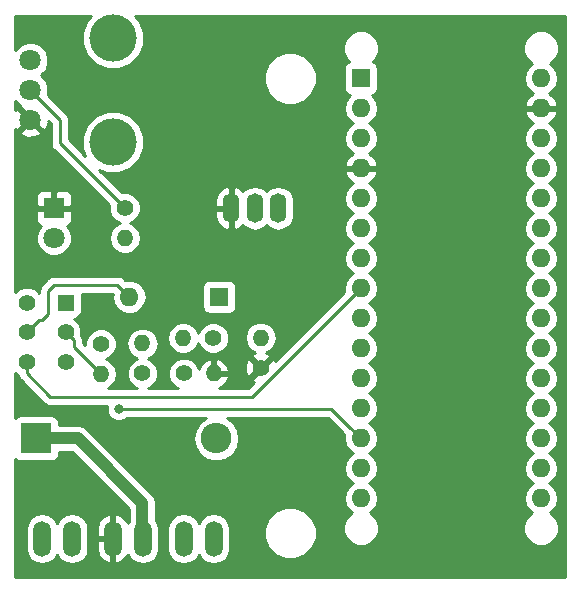
<source format=gbr>
G04 #@! TF.GenerationSoftware,KiCad,Pcbnew,(5.0.0)*
G04 #@! TF.CreationDate,2018-07-27T16:01:01+01:00*
G04 #@! TF.ProjectId,OpenSpritzer,4F70656E53707269747A65722E6B6963,rev?*
G04 #@! TF.SameCoordinates,Original*
G04 #@! TF.FileFunction,Copper,L2,Bot,Signal*
G04 #@! TF.FilePolarity,Positive*
%FSLAX46Y46*%
G04 Gerber Fmt 4.6, Leading zero omitted, Abs format (unit mm)*
G04 Created by KiCad (PCBNEW (5.0.0)) date 07/27/18 16:01:01*
%MOMM*%
%LPD*%
G01*
G04 APERTURE LIST*
G04 #@! TA.AperFunction,ComponentPad*
%ADD10O,1.400000X2.500000*%
G04 #@! TD*
G04 #@! TA.AperFunction,WasherPad*
%ADD11C,4.000000*%
G04 #@! TD*
G04 #@! TA.AperFunction,ComponentPad*
%ADD12C,1.800000*%
G04 #@! TD*
G04 #@! TA.AperFunction,ComponentPad*
%ADD13C,1.400000*%
G04 #@! TD*
G04 #@! TA.AperFunction,ComponentPad*
%ADD14R,1.400000X1.400000*%
G04 #@! TD*
G04 #@! TA.AperFunction,ComponentPad*
%ADD15O,1.600000X1.600000*%
G04 #@! TD*
G04 #@! TA.AperFunction,ComponentPad*
%ADD16R,1.600000X1.600000*%
G04 #@! TD*
G04 #@! TA.AperFunction,ComponentPad*
%ADD17R,1.800000X1.800000*%
G04 #@! TD*
G04 #@! TA.AperFunction,ComponentPad*
%ADD18O,2.600000X2.600000*%
G04 #@! TD*
G04 #@! TA.AperFunction,ComponentPad*
%ADD19R,2.600000X2.600000*%
G04 #@! TD*
G04 #@! TA.AperFunction,ComponentPad*
%ADD20O,1.510000X3.010000*%
G04 #@! TD*
G04 #@! TA.AperFunction,ComponentPad*
%ADD21O,1.400000X1.400000*%
G04 #@! TD*
G04 #@! TA.AperFunction,ViaPad*
%ADD22C,0.800000*%
G04 #@! TD*
G04 #@! TA.AperFunction,Conductor*
%ADD23C,0.250000*%
G04 #@! TD*
G04 #@! TA.AperFunction,Conductor*
%ADD24C,1.000000*%
G04 #@! TD*
G04 #@! TA.AperFunction,Conductor*
%ADD25C,0.254000*%
G04 #@! TD*
G04 APERTURE END LIST*
D10*
G04 #@! TO.P,Q1,3*
G04 #@! TO.N,Net-(D3-Pad2)*
X106000000Y-98000000D03*
G04 #@! TO.P,Q1,1*
G04 #@! TO.N,GNDREF*
X102000000Y-98000000D03*
G04 #@! TO.P,Q1,2*
G04 #@! TO.N,Net-(Q1-Pad2)*
X104000000Y-98000000D03*
G04 #@! TD*
D11*
G04 #@! TO.P,RV1,0*
G04 #@! TO.N,*
X92000000Y-92400000D03*
X92000000Y-83600000D03*
D12*
G04 #@! TO.P,RV1,1*
G04 #@! TO.N,GNDREF*
X85000000Y-90500000D03*
G04 #@! TO.P,RV1,2*
G04 #@! TO.N,Net-(R1-Pad1)*
X85000000Y-88000000D03*
G04 #@! TO.P,RV1,3*
G04 #@! TO.N,Net-(A1-Pad27)*
X85000000Y-85500000D03*
G04 #@! TD*
D13*
G04 #@! TO.P,SW1,6*
G04 #@! TO.N,Net-(A1-Pad8)*
X84700000Y-111000000D03*
G04 #@! TO.P,SW1,5*
G04 #@! TO.N,Net-(D2-Pad2)*
X84700000Y-108500000D03*
G04 #@! TO.P,SW1,4*
G04 #@! TO.N,Net-(A1-Pad27)*
X84700000Y-106000000D03*
G04 #@! TO.P,SW1,3*
G04 #@! TO.N,Net-(A1-Pad13)*
X88000000Y-111000000D03*
G04 #@! TO.P,SW1,2*
G04 #@! TO.N,Net-(R2-Pad2)*
X88000000Y-108500000D03*
D14*
G04 #@! TO.P,SW1,1*
G04 #@! TO.N,Net-(A1-Pad27)*
X88000000Y-106000000D03*
G04 #@! TD*
D15*
G04 #@! TO.P,A1,16*
G04 #@! TO.N,Net-(A1-Pad16)*
X128240000Y-122560000D03*
G04 #@! TO.P,A1,15*
G04 #@! TO.N,Net-(A1-Pad15)*
X113000000Y-122560000D03*
G04 #@! TO.P,A1,30*
G04 #@! TO.N,Net-(A1-Pad30)*
X128240000Y-87000000D03*
G04 #@! TO.P,A1,14*
G04 #@! TO.N,Net-(A1-Pad14)*
X113000000Y-120020000D03*
G04 #@! TO.P,A1,29*
G04 #@! TO.N,GNDREF*
X128240000Y-89540000D03*
G04 #@! TO.P,A1,13*
G04 #@! TO.N,Net-(A1-Pad13)*
X113000000Y-117480000D03*
G04 #@! TO.P,A1,28*
G04 #@! TO.N,Net-(A1-Pad28)*
X128240000Y-92080000D03*
G04 #@! TO.P,A1,12*
G04 #@! TO.N,Net-(A1-Pad12)*
X113000000Y-114940000D03*
G04 #@! TO.P,A1,27*
G04 #@! TO.N,Net-(A1-Pad27)*
X128240000Y-94620000D03*
G04 #@! TO.P,A1,11*
G04 #@! TO.N,Net-(A1-Pad11)*
X113000000Y-112400000D03*
G04 #@! TO.P,A1,26*
G04 #@! TO.N,Net-(A1-Pad26)*
X128240000Y-97160000D03*
G04 #@! TO.P,A1,10*
G04 #@! TO.N,Net-(A1-Pad10)*
X113000000Y-109860000D03*
G04 #@! TO.P,A1,25*
G04 #@! TO.N,Net-(A1-Pad25)*
X128240000Y-99700000D03*
G04 #@! TO.P,A1,9*
G04 #@! TO.N,Net-(A1-Pad9)*
X113000000Y-107320000D03*
G04 #@! TO.P,A1,24*
G04 #@! TO.N,Net-(A1-Pad24)*
X128240000Y-102240000D03*
G04 #@! TO.P,A1,8*
G04 #@! TO.N,Net-(A1-Pad8)*
X113000000Y-104780000D03*
G04 #@! TO.P,A1,23*
G04 #@! TO.N,Net-(A1-Pad23)*
X128240000Y-104780000D03*
G04 #@! TO.P,A1,7*
G04 #@! TO.N,Net-(A1-Pad7)*
X113000000Y-102240000D03*
G04 #@! TO.P,A1,22*
G04 #@! TO.N,Net-(A1-Pad22)*
X128240000Y-107320000D03*
G04 #@! TO.P,A1,6*
G04 #@! TO.N,Net-(A1-Pad6)*
X113000000Y-99700000D03*
G04 #@! TO.P,A1,21*
G04 #@! TO.N,Net-(A1-Pad21)*
X128240000Y-109860000D03*
G04 #@! TO.P,A1,5*
G04 #@! TO.N,Net-(A1-Pad5)*
X113000000Y-97160000D03*
G04 #@! TO.P,A1,20*
G04 #@! TO.N,Net-(A1-Pad20)*
X128240000Y-112400000D03*
G04 #@! TO.P,A1,4*
G04 #@! TO.N,GNDREF*
X113000000Y-94620000D03*
G04 #@! TO.P,A1,19*
G04 #@! TO.N,Net-(A1-Pad19)*
X128240000Y-114940000D03*
G04 #@! TO.P,A1,3*
G04 #@! TO.N,Net-(A1-Pad3)*
X113000000Y-92080000D03*
G04 #@! TO.P,A1,18*
G04 #@! TO.N,Net-(A1-Pad18)*
X128240000Y-117480000D03*
G04 #@! TO.P,A1,2*
G04 #@! TO.N,Net-(A1-Pad2)*
X113000000Y-89540000D03*
G04 #@! TO.P,A1,17*
G04 #@! TO.N,Net-(A1-Pad17)*
X128240000Y-120020000D03*
D16*
G04 #@! TO.P,A1,1*
G04 #@! TO.N,Net-(A1-Pad1)*
X113000000Y-87000000D03*
G04 #@! TD*
D12*
G04 #@! TO.P,D1,2*
G04 #@! TO.N,Net-(D1-Pad2)*
X87000000Y-100540000D03*
D17*
G04 #@! TO.P,D1,1*
G04 #@! TO.N,GNDREF*
X87000000Y-98000000D03*
G04 #@! TD*
D16*
G04 #@! TO.P,D2,1*
G04 #@! TO.N,Net-(D2-Pad1)*
X101000000Y-105500000D03*
D15*
G04 #@! TO.P,D2,2*
G04 #@! TO.N,Net-(D2-Pad2)*
X93380000Y-105500000D03*
G04 #@! TD*
D18*
G04 #@! TO.P,D3,2*
G04 #@! TO.N,Net-(D3-Pad2)*
X100740000Y-117500000D03*
D19*
G04 #@! TO.P,D3,1*
G04 #@! TO.N,+24V*
X85500000Y-117500000D03*
G04 #@! TD*
D20*
G04 #@! TO.P,J1,2*
G04 #@! TO.N,Net-(A1-Pad27)*
X88540000Y-126000000D03*
G04 #@! TO.P,J1,1*
G04 #@! TO.N,Net-(J1-Pad1)*
X86000000Y-126000000D03*
G04 #@! TD*
G04 #@! TO.P,J2,2*
G04 #@! TO.N,+24V*
X94540000Y-126000000D03*
G04 #@! TO.P,J2,1*
G04 #@! TO.N,GNDREF*
X92000000Y-126000000D03*
G04 #@! TD*
G04 #@! TO.P,J3,1*
G04 #@! TO.N,+24V*
X98000000Y-126000000D03*
G04 #@! TO.P,J3,2*
G04 #@! TO.N,Net-(D3-Pad2)*
X100540000Y-126000000D03*
G04 #@! TD*
D13*
G04 #@! TO.P,R1,1*
G04 #@! TO.N,Net-(R1-Pad1)*
X93000000Y-98000000D03*
D21*
G04 #@! TO.P,R1,2*
G04 #@! TO.N,Net-(A1-Pad19)*
X93000000Y-100540000D03*
G04 #@! TD*
G04 #@! TO.P,R2,2*
G04 #@! TO.N,Net-(R2-Pad2)*
X91000000Y-112040000D03*
D13*
G04 #@! TO.P,R2,1*
G04 #@! TO.N,Net-(D1-Pad2)*
X91000000Y-109500000D03*
G04 #@! TD*
D21*
G04 #@! TO.P,R3,2*
G04 #@! TO.N,Net-(A1-Pad5)*
X94500000Y-109460000D03*
D13*
G04 #@! TO.P,R3,1*
G04 #@! TO.N,Net-(J1-Pad1)*
X94500000Y-112000000D03*
G04 #@! TD*
D21*
G04 #@! TO.P,R4,2*
G04 #@! TO.N,Net-(D2-Pad1)*
X97960000Y-109000000D03*
D13*
G04 #@! TO.P,R4,1*
G04 #@! TO.N,Net-(Q1-Pad2)*
X100500000Y-109000000D03*
G04 #@! TD*
G04 #@! TO.P,R5,1*
G04 #@! TO.N,Net-(J1-Pad1)*
X98000000Y-112000000D03*
D21*
G04 #@! TO.P,R5,2*
G04 #@! TO.N,GNDREF*
X100540000Y-112000000D03*
G04 #@! TD*
G04 #@! TO.P,R6,2*
G04 #@! TO.N,Net-(Q1-Pad2)*
X104500000Y-108960000D03*
D13*
G04 #@! TO.P,R6,1*
G04 #@! TO.N,GNDREF*
X104500000Y-111500000D03*
G04 #@! TD*
D22*
G04 #@! TO.N,Net-(A1-Pad13)*
X92500000Y-115000000D03*
G04 #@! TD*
D23*
G04 #@! TO.N,Net-(A1-Pad13)*
X112020000Y-116500000D02*
X113000000Y-117480000D01*
X112000000Y-116500000D02*
X112020000Y-116500000D01*
X92500000Y-115000000D02*
X110500000Y-115000000D01*
X110500000Y-115000000D02*
X112000000Y-116500000D01*
G04 #@! TO.N,Net-(A1-Pad8)*
X103780000Y-114000000D02*
X113000000Y-104780000D01*
X86710051Y-114000000D02*
X103780000Y-114000000D01*
X84700000Y-111000000D02*
X84700000Y-111989949D01*
X84700000Y-111989949D02*
X86710051Y-114000000D01*
G04 #@! TO.N,Net-(D2-Pad2)*
X84700000Y-108500000D02*
X85700000Y-107500000D01*
X85700000Y-107500000D02*
X86000000Y-107500000D01*
X86000000Y-107500000D02*
X86500000Y-107000000D01*
X86500000Y-107000000D02*
X86500000Y-105000000D01*
X86500000Y-105000000D02*
X87000000Y-104500000D01*
X92380000Y-104500000D02*
X93380000Y-105500000D01*
X87000000Y-104500000D02*
X92380000Y-104500000D01*
G04 #@! TO.N,Net-(D3-Pad2)*
X106000000Y-98000000D02*
X106000000Y-98550000D01*
D24*
G04 #@! TO.N,+24V*
X89000000Y-117500000D02*
X85500000Y-117500000D01*
X94500000Y-123000000D02*
X89000000Y-117500000D01*
X94500000Y-125409463D02*
X94500000Y-123000000D01*
X94540000Y-126000000D02*
X94540000Y-125449463D01*
X94540000Y-125449463D02*
X94500000Y-125409463D01*
D23*
G04 #@! TO.N,Net-(Q1-Pad2)*
X104500000Y-98500000D02*
X104000000Y-98000000D01*
G04 #@! TO.N,Net-(R1-Pad1)*
X87500000Y-92500000D02*
X93000000Y-98000000D01*
X85000000Y-88000000D02*
X87500000Y-90500000D01*
X87500000Y-90500000D02*
X87500000Y-92500000D01*
G04 #@! TO.N,Net-(R2-Pad2)*
X88000000Y-108500000D02*
X88699999Y-109199999D01*
X88699999Y-109739999D02*
X91000000Y-112040000D01*
X88699999Y-109199999D02*
X88699999Y-109739999D01*
G04 #@! TD*
D25*
G04 #@! TO.N,GNDREF*
G36*
X89766155Y-82107392D02*
X89365000Y-83075866D01*
X89365000Y-84124134D01*
X89766155Y-85092608D01*
X90507392Y-85833845D01*
X91475866Y-86235000D01*
X92524134Y-86235000D01*
X93492608Y-85833845D01*
X94233845Y-85092608D01*
X94621527Y-84156659D01*
X111475000Y-84156659D01*
X111475000Y-84763341D01*
X111707167Y-85323843D01*
X111979703Y-85596379D01*
X111952235Y-85601843D01*
X111742191Y-85742191D01*
X111601843Y-85952235D01*
X111552560Y-86200000D01*
X111552560Y-87800000D01*
X111601843Y-88047765D01*
X111742191Y-88257809D01*
X111952235Y-88398157D01*
X112086106Y-88424785D01*
X111965423Y-88505423D01*
X111648260Y-88980091D01*
X111536887Y-89540000D01*
X111648260Y-90099909D01*
X111965423Y-90574577D01*
X112317758Y-90810000D01*
X111965423Y-91045423D01*
X111648260Y-91520091D01*
X111536887Y-92080000D01*
X111648260Y-92639909D01*
X111965423Y-93114577D01*
X112349108Y-93370947D01*
X112144866Y-93467611D01*
X111768959Y-93882577D01*
X111608096Y-94270961D01*
X111730085Y-94493000D01*
X112873000Y-94493000D01*
X112873000Y-94473000D01*
X113127000Y-94473000D01*
X113127000Y-94493000D01*
X114269915Y-94493000D01*
X114391904Y-94270961D01*
X114231041Y-93882577D01*
X113855134Y-93467611D01*
X113650892Y-93370947D01*
X114034577Y-93114577D01*
X114351740Y-92639909D01*
X114463113Y-92080000D01*
X114351740Y-91520091D01*
X114034577Y-91045423D01*
X113682242Y-90810000D01*
X114034577Y-90574577D01*
X114351740Y-90099909D01*
X114463113Y-89540000D01*
X114351740Y-88980091D01*
X114034577Y-88505423D01*
X113913894Y-88424785D01*
X114047765Y-88398157D01*
X114257809Y-88257809D01*
X114398157Y-88047765D01*
X114447440Y-87800000D01*
X114447440Y-86200000D01*
X114398157Y-85952235D01*
X114257809Y-85742191D01*
X114047765Y-85601843D01*
X114020297Y-85596379D01*
X114292833Y-85323843D01*
X114525000Y-84763341D01*
X114525000Y-84156659D01*
X126715000Y-84156659D01*
X126715000Y-84763341D01*
X126947167Y-85323843D01*
X127376157Y-85752833D01*
X127467168Y-85790531D01*
X127205423Y-85965423D01*
X126888260Y-86440091D01*
X126776887Y-87000000D01*
X126888260Y-87559909D01*
X127205423Y-88034577D01*
X127589108Y-88290947D01*
X127384866Y-88387611D01*
X127008959Y-88802577D01*
X126848096Y-89190961D01*
X126970085Y-89413000D01*
X128113000Y-89413000D01*
X128113000Y-89393000D01*
X128367000Y-89393000D01*
X128367000Y-89413000D01*
X129509915Y-89413000D01*
X129631904Y-89190961D01*
X129471041Y-88802577D01*
X129095134Y-88387611D01*
X128890892Y-88290947D01*
X129274577Y-88034577D01*
X129591740Y-87559909D01*
X129703113Y-87000000D01*
X129591740Y-86440091D01*
X129274577Y-85965423D01*
X129012832Y-85790531D01*
X129103843Y-85752833D01*
X129532833Y-85323843D01*
X129765000Y-84763341D01*
X129765000Y-84156659D01*
X129532833Y-83596157D01*
X129103843Y-83167167D01*
X128543341Y-82935000D01*
X127936659Y-82935000D01*
X127376157Y-83167167D01*
X126947167Y-83596157D01*
X126715000Y-84156659D01*
X114525000Y-84156659D01*
X114292833Y-83596157D01*
X113863843Y-83167167D01*
X113303341Y-82935000D01*
X112696659Y-82935000D01*
X112136157Y-83167167D01*
X111707167Y-83596157D01*
X111475000Y-84156659D01*
X94621527Y-84156659D01*
X94635000Y-84124134D01*
X94635000Y-83075866D01*
X94233845Y-82107392D01*
X93861453Y-81735000D01*
X130265001Y-81735000D01*
X130265000Y-129265000D01*
X83735000Y-129265000D01*
X83735000Y-125113101D01*
X84610000Y-125113101D01*
X84610000Y-126886900D01*
X84690650Y-127292351D01*
X84997867Y-127752134D01*
X85457650Y-128059351D01*
X86000000Y-128167231D01*
X86542351Y-128059351D01*
X87002134Y-127752134D01*
X87270000Y-127351243D01*
X87537867Y-127752134D01*
X87997650Y-128059351D01*
X88540000Y-128167231D01*
X89082351Y-128059351D01*
X89542134Y-127752134D01*
X89849351Y-127292351D01*
X89930000Y-126886900D01*
X89930000Y-126127000D01*
X90610000Y-126127000D01*
X90610000Y-126877000D01*
X90764408Y-127399263D01*
X91106924Y-127822681D01*
X91585403Y-128082793D01*
X91658029Y-128097277D01*
X91873000Y-127974683D01*
X91873000Y-126127000D01*
X90610000Y-126127000D01*
X89930000Y-126127000D01*
X89930000Y-125123000D01*
X90610000Y-125123000D01*
X90610000Y-125873000D01*
X91873000Y-125873000D01*
X91873000Y-124025317D01*
X91658029Y-123902723D01*
X91585403Y-123917207D01*
X91106924Y-124177319D01*
X90764408Y-124600737D01*
X90610000Y-125123000D01*
X89930000Y-125123000D01*
X89930000Y-125113100D01*
X89849351Y-124707649D01*
X89542133Y-124247866D01*
X89082350Y-123940649D01*
X88540000Y-123832769D01*
X87997649Y-123940649D01*
X87537866Y-124247867D01*
X87270000Y-124648757D01*
X87002133Y-124247866D01*
X86542350Y-123940649D01*
X86000000Y-123832769D01*
X85457649Y-123940649D01*
X84997866Y-124247867D01*
X84690649Y-124707650D01*
X84610000Y-125113101D01*
X83735000Y-125113101D01*
X83735000Y-119247047D01*
X83742191Y-119257809D01*
X83952235Y-119398157D01*
X84200000Y-119447440D01*
X86800000Y-119447440D01*
X87047765Y-119398157D01*
X87257809Y-119257809D01*
X87398157Y-119047765D01*
X87447440Y-118800000D01*
X87447440Y-118635000D01*
X88529869Y-118635000D01*
X93365001Y-123470134D01*
X93365000Y-124506579D01*
X93255989Y-124669726D01*
X93235592Y-124600737D01*
X92893076Y-124177319D01*
X92414597Y-123917207D01*
X92341971Y-123902723D01*
X92127000Y-124025317D01*
X92127000Y-125873000D01*
X92147000Y-125873000D01*
X92147000Y-126127000D01*
X92127000Y-126127000D01*
X92127000Y-127974683D01*
X92341971Y-128097277D01*
X92414597Y-128082793D01*
X92893076Y-127822681D01*
X93235592Y-127399263D01*
X93255989Y-127330273D01*
X93537867Y-127752134D01*
X93997650Y-128059351D01*
X94540000Y-128167231D01*
X95082351Y-128059351D01*
X95542134Y-127752134D01*
X95849351Y-127292351D01*
X95930000Y-126886900D01*
X95930000Y-125113101D01*
X96610000Y-125113101D01*
X96610000Y-126886900D01*
X96690650Y-127292351D01*
X96997867Y-127752134D01*
X97457650Y-128059351D01*
X98000000Y-128167231D01*
X98542351Y-128059351D01*
X99002134Y-127752134D01*
X99270000Y-127351243D01*
X99537867Y-127752134D01*
X99997650Y-128059351D01*
X100540000Y-128167231D01*
X101082351Y-128059351D01*
X101542134Y-127752134D01*
X101849351Y-127292351D01*
X101930000Y-126886900D01*
X101930000Y-125113100D01*
X101918529Y-125055431D01*
X104765000Y-125055431D01*
X104765000Y-125944569D01*
X105105259Y-126766026D01*
X105733974Y-127394741D01*
X106555431Y-127735000D01*
X107444569Y-127735000D01*
X108266026Y-127394741D01*
X108894741Y-126766026D01*
X109235000Y-125944569D01*
X109235000Y-125055431D01*
X108894741Y-124233974D01*
X108266026Y-123605259D01*
X107444569Y-123265000D01*
X106555431Y-123265000D01*
X105733974Y-123605259D01*
X105105259Y-124233974D01*
X104765000Y-125055431D01*
X101918529Y-125055431D01*
X101849351Y-124707649D01*
X101542133Y-124247866D01*
X101082350Y-123940649D01*
X100540000Y-123832769D01*
X99997649Y-123940649D01*
X99537866Y-124247867D01*
X99270000Y-124648757D01*
X99002133Y-124247866D01*
X98542350Y-123940649D01*
X98000000Y-123832769D01*
X97457649Y-123940649D01*
X96997866Y-124247867D01*
X96690649Y-124707650D01*
X96610000Y-125113101D01*
X95930000Y-125113101D01*
X95930000Y-125113100D01*
X95849351Y-124707649D01*
X95635000Y-124386851D01*
X95635000Y-123111783D01*
X95657235Y-123000000D01*
X95569146Y-122557145D01*
X95381609Y-122276476D01*
X95318289Y-122181711D01*
X95223524Y-122118391D01*
X89881613Y-116776482D01*
X89818289Y-116681711D01*
X89442855Y-116430854D01*
X89111783Y-116365000D01*
X89000000Y-116342765D01*
X88888217Y-116365000D01*
X87447440Y-116365000D01*
X87447440Y-116200000D01*
X87398157Y-115952235D01*
X87257809Y-115742191D01*
X87047765Y-115601843D01*
X86800000Y-115552560D01*
X84200000Y-115552560D01*
X83952235Y-115601843D01*
X83742191Y-115742191D01*
X83735000Y-115752953D01*
X83735000Y-111922975D01*
X83943783Y-112131758D01*
X83954176Y-112136063D01*
X83984097Y-112286486D01*
X84015397Y-112333329D01*
X84152072Y-112537878D01*
X84215528Y-112580278D01*
X86119724Y-114484476D01*
X86162122Y-114547929D01*
X86225575Y-114590327D01*
X86225577Y-114590329D01*
X86350953Y-114674102D01*
X86413514Y-114715904D01*
X86635199Y-114760000D01*
X86635203Y-114760000D01*
X86710050Y-114774888D01*
X86784897Y-114760000D01*
X91479135Y-114760000D01*
X91465000Y-114794126D01*
X91465000Y-115205874D01*
X91622569Y-115586280D01*
X91913720Y-115877431D01*
X92294126Y-116035000D01*
X92705874Y-116035000D01*
X93086280Y-115877431D01*
X93203711Y-115760000D01*
X99861188Y-115760000D01*
X99344943Y-116104943D01*
X98917271Y-116745001D01*
X98767092Y-117500000D01*
X98917271Y-118254999D01*
X99344943Y-118895057D01*
X99985001Y-119322729D01*
X100549424Y-119435000D01*
X100930576Y-119435000D01*
X101494999Y-119322729D01*
X102135057Y-118895057D01*
X102562729Y-118254999D01*
X102712908Y-117500000D01*
X102562729Y-116745001D01*
X102135057Y-116104943D01*
X101618812Y-115760000D01*
X110185199Y-115760000D01*
X111409673Y-116984476D01*
X111452071Y-117047929D01*
X111515524Y-117090327D01*
X111515526Y-117090329D01*
X111575804Y-117130605D01*
X111601312Y-117156113D01*
X111536887Y-117480000D01*
X111648260Y-118039909D01*
X111965423Y-118514577D01*
X112317758Y-118750000D01*
X111965423Y-118985423D01*
X111648260Y-119460091D01*
X111536887Y-120020000D01*
X111648260Y-120579909D01*
X111965423Y-121054577D01*
X112317758Y-121290000D01*
X111965423Y-121525423D01*
X111648260Y-122000091D01*
X111536887Y-122560000D01*
X111648260Y-123119909D01*
X111965423Y-123594577D01*
X112227168Y-123769469D01*
X112136157Y-123807167D01*
X111707167Y-124236157D01*
X111475000Y-124796659D01*
X111475000Y-125403341D01*
X111707167Y-125963843D01*
X112136157Y-126392833D01*
X112696659Y-126625000D01*
X113303341Y-126625000D01*
X113863843Y-126392833D01*
X114292833Y-125963843D01*
X114525000Y-125403341D01*
X114525000Y-124796659D01*
X126715000Y-124796659D01*
X126715000Y-125403341D01*
X126947167Y-125963843D01*
X127376157Y-126392833D01*
X127936659Y-126625000D01*
X128543341Y-126625000D01*
X129103843Y-126392833D01*
X129532833Y-125963843D01*
X129765000Y-125403341D01*
X129765000Y-124796659D01*
X129532833Y-124236157D01*
X129103843Y-123807167D01*
X129012832Y-123769469D01*
X129274577Y-123594577D01*
X129591740Y-123119909D01*
X129703113Y-122560000D01*
X129591740Y-122000091D01*
X129274577Y-121525423D01*
X128922242Y-121290000D01*
X129274577Y-121054577D01*
X129591740Y-120579909D01*
X129703113Y-120020000D01*
X129591740Y-119460091D01*
X129274577Y-118985423D01*
X128922242Y-118750000D01*
X129274577Y-118514577D01*
X129591740Y-118039909D01*
X129703113Y-117480000D01*
X129591740Y-116920091D01*
X129274577Y-116445423D01*
X128922242Y-116210000D01*
X129274577Y-115974577D01*
X129591740Y-115499909D01*
X129703113Y-114940000D01*
X129591740Y-114380091D01*
X129274577Y-113905423D01*
X128922242Y-113670000D01*
X129274577Y-113434577D01*
X129591740Y-112959909D01*
X129703113Y-112400000D01*
X129591740Y-111840091D01*
X129274577Y-111365423D01*
X128922242Y-111130000D01*
X129274577Y-110894577D01*
X129591740Y-110419909D01*
X129703113Y-109860000D01*
X129591740Y-109300091D01*
X129274577Y-108825423D01*
X128922242Y-108590000D01*
X129274577Y-108354577D01*
X129591740Y-107879909D01*
X129703113Y-107320000D01*
X129591740Y-106760091D01*
X129274577Y-106285423D01*
X128922242Y-106050000D01*
X129274577Y-105814577D01*
X129591740Y-105339909D01*
X129703113Y-104780000D01*
X129591740Y-104220091D01*
X129274577Y-103745423D01*
X128922242Y-103510000D01*
X129274577Y-103274577D01*
X129591740Y-102799909D01*
X129703113Y-102240000D01*
X129591740Y-101680091D01*
X129274577Y-101205423D01*
X128922242Y-100970000D01*
X129274577Y-100734577D01*
X129591740Y-100259909D01*
X129703113Y-99700000D01*
X129591740Y-99140091D01*
X129274577Y-98665423D01*
X128922242Y-98430000D01*
X129274577Y-98194577D01*
X129591740Y-97719909D01*
X129703113Y-97160000D01*
X129591740Y-96600091D01*
X129274577Y-96125423D01*
X128922242Y-95890000D01*
X129274577Y-95654577D01*
X129591740Y-95179909D01*
X129703113Y-94620000D01*
X129591740Y-94060091D01*
X129274577Y-93585423D01*
X128922242Y-93350000D01*
X129274577Y-93114577D01*
X129591740Y-92639909D01*
X129703113Y-92080000D01*
X129591740Y-91520091D01*
X129274577Y-91045423D01*
X128890892Y-90789053D01*
X129095134Y-90692389D01*
X129471041Y-90277423D01*
X129631904Y-89889039D01*
X129509915Y-89667000D01*
X128367000Y-89667000D01*
X128367000Y-89687000D01*
X128113000Y-89687000D01*
X128113000Y-89667000D01*
X126970085Y-89667000D01*
X126848096Y-89889039D01*
X127008959Y-90277423D01*
X127384866Y-90692389D01*
X127589108Y-90789053D01*
X127205423Y-91045423D01*
X126888260Y-91520091D01*
X126776887Y-92080000D01*
X126888260Y-92639909D01*
X127205423Y-93114577D01*
X127557758Y-93350000D01*
X127205423Y-93585423D01*
X126888260Y-94060091D01*
X126776887Y-94620000D01*
X126888260Y-95179909D01*
X127205423Y-95654577D01*
X127557758Y-95890000D01*
X127205423Y-96125423D01*
X126888260Y-96600091D01*
X126776887Y-97160000D01*
X126888260Y-97719909D01*
X127205423Y-98194577D01*
X127557758Y-98430000D01*
X127205423Y-98665423D01*
X126888260Y-99140091D01*
X126776887Y-99700000D01*
X126888260Y-100259909D01*
X127205423Y-100734577D01*
X127557758Y-100970000D01*
X127205423Y-101205423D01*
X126888260Y-101680091D01*
X126776887Y-102240000D01*
X126888260Y-102799909D01*
X127205423Y-103274577D01*
X127557758Y-103510000D01*
X127205423Y-103745423D01*
X126888260Y-104220091D01*
X126776887Y-104780000D01*
X126888260Y-105339909D01*
X127205423Y-105814577D01*
X127557758Y-106050000D01*
X127205423Y-106285423D01*
X126888260Y-106760091D01*
X126776887Y-107320000D01*
X126888260Y-107879909D01*
X127205423Y-108354577D01*
X127557758Y-108590000D01*
X127205423Y-108825423D01*
X126888260Y-109300091D01*
X126776887Y-109860000D01*
X126888260Y-110419909D01*
X127205423Y-110894577D01*
X127557758Y-111130000D01*
X127205423Y-111365423D01*
X126888260Y-111840091D01*
X126776887Y-112400000D01*
X126888260Y-112959909D01*
X127205423Y-113434577D01*
X127557758Y-113670000D01*
X127205423Y-113905423D01*
X126888260Y-114380091D01*
X126776887Y-114940000D01*
X126888260Y-115499909D01*
X127205423Y-115974577D01*
X127557758Y-116210000D01*
X127205423Y-116445423D01*
X126888260Y-116920091D01*
X126776887Y-117480000D01*
X126888260Y-118039909D01*
X127205423Y-118514577D01*
X127557758Y-118750000D01*
X127205423Y-118985423D01*
X126888260Y-119460091D01*
X126776887Y-120020000D01*
X126888260Y-120579909D01*
X127205423Y-121054577D01*
X127557758Y-121290000D01*
X127205423Y-121525423D01*
X126888260Y-122000091D01*
X126776887Y-122560000D01*
X126888260Y-123119909D01*
X127205423Y-123594577D01*
X127467168Y-123769469D01*
X127376157Y-123807167D01*
X126947167Y-124236157D01*
X126715000Y-124796659D01*
X114525000Y-124796659D01*
X114292833Y-124236157D01*
X113863843Y-123807167D01*
X113772832Y-123769469D01*
X114034577Y-123594577D01*
X114351740Y-123119909D01*
X114463113Y-122560000D01*
X114351740Y-122000091D01*
X114034577Y-121525423D01*
X113682242Y-121290000D01*
X114034577Y-121054577D01*
X114351740Y-120579909D01*
X114463113Y-120020000D01*
X114351740Y-119460091D01*
X114034577Y-118985423D01*
X113682242Y-118750000D01*
X114034577Y-118514577D01*
X114351740Y-118039909D01*
X114463113Y-117480000D01*
X114351740Y-116920091D01*
X114034577Y-116445423D01*
X113682242Y-116210000D01*
X114034577Y-115974577D01*
X114351740Y-115499909D01*
X114463113Y-114940000D01*
X114351740Y-114380091D01*
X114034577Y-113905423D01*
X113682242Y-113670000D01*
X114034577Y-113434577D01*
X114351740Y-112959909D01*
X114463113Y-112400000D01*
X114351740Y-111840091D01*
X114034577Y-111365423D01*
X113682242Y-111130000D01*
X114034577Y-110894577D01*
X114351740Y-110419909D01*
X114463113Y-109860000D01*
X114351740Y-109300091D01*
X114034577Y-108825423D01*
X113682242Y-108590000D01*
X114034577Y-108354577D01*
X114351740Y-107879909D01*
X114463113Y-107320000D01*
X114351740Y-106760091D01*
X114034577Y-106285423D01*
X113682242Y-106050000D01*
X114034577Y-105814577D01*
X114351740Y-105339909D01*
X114463113Y-104780000D01*
X114351740Y-104220091D01*
X114034577Y-103745423D01*
X113682242Y-103510000D01*
X114034577Y-103274577D01*
X114351740Y-102799909D01*
X114463113Y-102240000D01*
X114351740Y-101680091D01*
X114034577Y-101205423D01*
X113682242Y-100970000D01*
X114034577Y-100734577D01*
X114351740Y-100259909D01*
X114463113Y-99700000D01*
X114351740Y-99140091D01*
X114034577Y-98665423D01*
X113682242Y-98430000D01*
X114034577Y-98194577D01*
X114351740Y-97719909D01*
X114463113Y-97160000D01*
X114351740Y-96600091D01*
X114034577Y-96125423D01*
X113650892Y-95869053D01*
X113855134Y-95772389D01*
X114231041Y-95357423D01*
X114391904Y-94969039D01*
X114269915Y-94747000D01*
X113127000Y-94747000D01*
X113127000Y-94767000D01*
X112873000Y-94767000D01*
X112873000Y-94747000D01*
X111730085Y-94747000D01*
X111608096Y-94969039D01*
X111768959Y-95357423D01*
X112144866Y-95772389D01*
X112349108Y-95869053D01*
X111965423Y-96125423D01*
X111648260Y-96600091D01*
X111536887Y-97160000D01*
X111648260Y-97719909D01*
X111965423Y-98194577D01*
X112317758Y-98430000D01*
X111965423Y-98665423D01*
X111648260Y-99140091D01*
X111536887Y-99700000D01*
X111648260Y-100259909D01*
X111965423Y-100734577D01*
X112317758Y-100970000D01*
X111965423Y-101205423D01*
X111648260Y-101680091D01*
X111536887Y-102240000D01*
X111648260Y-102799909D01*
X111965423Y-103274577D01*
X112317758Y-103510000D01*
X111965423Y-103745423D01*
X111648260Y-104220091D01*
X111536887Y-104780000D01*
X111601312Y-105103886D01*
X105737818Y-110967381D01*
X105671042Y-110806169D01*
X105435275Y-110744331D01*
X104679605Y-111500000D01*
X104693748Y-111514143D01*
X104514143Y-111693748D01*
X104500000Y-111679605D01*
X103744331Y-112435275D01*
X103806169Y-112671042D01*
X103974789Y-112730410D01*
X103465199Y-113240000D01*
X100982847Y-113240000D01*
X101342663Y-113066764D01*
X101689797Y-112678396D01*
X101832716Y-112333329D01*
X101709374Y-112127000D01*
X100667000Y-112127000D01*
X100667000Y-112147000D01*
X100413000Y-112147000D01*
X100413000Y-112127000D01*
X100393000Y-112127000D01*
X100393000Y-111873000D01*
X100413000Y-111873000D01*
X100413000Y-110829794D01*
X100667000Y-110829794D01*
X100667000Y-111873000D01*
X101709374Y-111873000D01*
X101832716Y-111666671D01*
X101689797Y-111321604D01*
X101676853Y-111307122D01*
X103152581Y-111307122D01*
X103181336Y-111837440D01*
X103328958Y-112193831D01*
X103564725Y-112255669D01*
X104320395Y-111500000D01*
X103564725Y-110744331D01*
X103328958Y-110806169D01*
X103152581Y-111307122D01*
X101676853Y-111307122D01*
X101342663Y-110933236D01*
X100873331Y-110707273D01*
X100667000Y-110829794D01*
X100413000Y-110829794D01*
X100206669Y-110707273D01*
X99737337Y-110933236D01*
X99390203Y-111321604D01*
X99277103Y-111594676D01*
X99131758Y-111243783D01*
X98756217Y-110868242D01*
X98265548Y-110665000D01*
X97734452Y-110665000D01*
X97243783Y-110868242D01*
X96868242Y-111243783D01*
X96665000Y-111734452D01*
X96665000Y-112265548D01*
X96868242Y-112756217D01*
X97243783Y-113131758D01*
X97505102Y-113240000D01*
X94994898Y-113240000D01*
X95256217Y-113131758D01*
X95631758Y-112756217D01*
X95835000Y-112265548D01*
X95835000Y-111734452D01*
X95631758Y-111243783D01*
X95256217Y-110868242D01*
X94934082Y-110734809D01*
X95020891Y-110717542D01*
X95462481Y-110422481D01*
X95757542Y-109980891D01*
X95861154Y-109460000D01*
X95769655Y-109000000D01*
X96598846Y-109000000D01*
X96702458Y-109520891D01*
X96997519Y-109962481D01*
X97439109Y-110257542D01*
X97828515Y-110335000D01*
X98091485Y-110335000D01*
X98480891Y-110257542D01*
X98922481Y-109962481D01*
X99217542Y-109520891D01*
X99234809Y-109434082D01*
X99368242Y-109756217D01*
X99743783Y-110131758D01*
X100234452Y-110335000D01*
X100765548Y-110335000D01*
X101256217Y-110131758D01*
X101631758Y-109756217D01*
X101835000Y-109265548D01*
X101835000Y-108960000D01*
X103138846Y-108960000D01*
X103242458Y-109480891D01*
X103537519Y-109922481D01*
X103979109Y-110217542D01*
X104043993Y-110230448D01*
X103806169Y-110328958D01*
X103744331Y-110564725D01*
X104500000Y-111320395D01*
X105255669Y-110564725D01*
X105193831Y-110328958D01*
X104929190Y-110235782D01*
X105020891Y-110217542D01*
X105462481Y-109922481D01*
X105757542Y-109480891D01*
X105861154Y-108960000D01*
X105757542Y-108439109D01*
X105462481Y-107997519D01*
X105020891Y-107702458D01*
X104631485Y-107625000D01*
X104368515Y-107625000D01*
X103979109Y-107702458D01*
X103537519Y-107997519D01*
X103242458Y-108439109D01*
X103138846Y-108960000D01*
X101835000Y-108960000D01*
X101835000Y-108734452D01*
X101631758Y-108243783D01*
X101256217Y-107868242D01*
X100765548Y-107665000D01*
X100234452Y-107665000D01*
X99743783Y-107868242D01*
X99368242Y-108243783D01*
X99234809Y-108565918D01*
X99217542Y-108479109D01*
X98922481Y-108037519D01*
X98480891Y-107742458D01*
X98091485Y-107665000D01*
X97828515Y-107665000D01*
X97439109Y-107742458D01*
X96997519Y-108037519D01*
X96702458Y-108479109D01*
X96598846Y-109000000D01*
X95769655Y-109000000D01*
X95757542Y-108939109D01*
X95462481Y-108497519D01*
X95020891Y-108202458D01*
X94631485Y-108125000D01*
X94368515Y-108125000D01*
X93979109Y-108202458D01*
X93537519Y-108497519D01*
X93242458Y-108939109D01*
X93138846Y-109460000D01*
X93242458Y-109980891D01*
X93537519Y-110422481D01*
X93979109Y-110717542D01*
X94065918Y-110734809D01*
X93743783Y-110868242D01*
X93368242Y-111243783D01*
X93165000Y-111734452D01*
X93165000Y-112265548D01*
X93368242Y-112756217D01*
X93743783Y-113131758D01*
X94005102Y-113240000D01*
X91607009Y-113240000D01*
X91962481Y-113002481D01*
X92257542Y-112560891D01*
X92361154Y-112040000D01*
X92257542Y-111519109D01*
X91962481Y-111077519D01*
X91520891Y-110782458D01*
X91434082Y-110765191D01*
X91756217Y-110631758D01*
X92131758Y-110256217D01*
X92335000Y-109765548D01*
X92335000Y-109234452D01*
X92131758Y-108743783D01*
X91756217Y-108368242D01*
X91265548Y-108165000D01*
X90734452Y-108165000D01*
X90243783Y-108368242D01*
X89868242Y-108743783D01*
X89665000Y-109234452D01*
X89665000Y-109630199D01*
X89459999Y-109425198D01*
X89459999Y-109274845D01*
X89474887Y-109199998D01*
X89459999Y-109125151D01*
X89459999Y-109125147D01*
X89415903Y-108903462D01*
X89330695Y-108775940D01*
X89335000Y-108765548D01*
X89335000Y-108234452D01*
X89131758Y-107743783D01*
X88756217Y-107368242D01*
X88704051Y-107346634D01*
X88947765Y-107298157D01*
X89157809Y-107157809D01*
X89298157Y-106947765D01*
X89347440Y-106700000D01*
X89347440Y-105300000D01*
X89339484Y-105260000D01*
X91964626Y-105260000D01*
X91916887Y-105500000D01*
X92028260Y-106059909D01*
X92345423Y-106534577D01*
X92820091Y-106851740D01*
X93238667Y-106935000D01*
X93521333Y-106935000D01*
X93939909Y-106851740D01*
X94414577Y-106534577D01*
X94731740Y-106059909D01*
X94843113Y-105500000D01*
X94731740Y-104940091D01*
X94571317Y-104700000D01*
X99552560Y-104700000D01*
X99552560Y-106300000D01*
X99601843Y-106547765D01*
X99742191Y-106757809D01*
X99952235Y-106898157D01*
X100200000Y-106947440D01*
X101800000Y-106947440D01*
X102047765Y-106898157D01*
X102257809Y-106757809D01*
X102398157Y-106547765D01*
X102447440Y-106300000D01*
X102447440Y-104700000D01*
X102398157Y-104452235D01*
X102257809Y-104242191D01*
X102047765Y-104101843D01*
X101800000Y-104052560D01*
X100200000Y-104052560D01*
X99952235Y-104101843D01*
X99742191Y-104242191D01*
X99601843Y-104452235D01*
X99552560Y-104700000D01*
X94571317Y-104700000D01*
X94414577Y-104465423D01*
X93939909Y-104148260D01*
X93521333Y-104065000D01*
X93238667Y-104065000D01*
X93056113Y-104101312D01*
X92970331Y-104015530D01*
X92927929Y-103952071D01*
X92676537Y-103784096D01*
X92454852Y-103740000D01*
X92454847Y-103740000D01*
X92380000Y-103725112D01*
X92305153Y-103740000D01*
X87074848Y-103740000D01*
X87000000Y-103725112D01*
X86925152Y-103740000D01*
X86925148Y-103740000D01*
X86751605Y-103774520D01*
X86703462Y-103784096D01*
X86516418Y-103909076D01*
X86452071Y-103952071D01*
X86409671Y-104015528D01*
X86015527Y-104409671D01*
X85952072Y-104452071D01*
X85909672Y-104515527D01*
X85909671Y-104515528D01*
X85784097Y-104703463D01*
X85725112Y-105000000D01*
X85740001Y-105074852D01*
X85740001Y-105152026D01*
X85456217Y-104868242D01*
X84965548Y-104665000D01*
X84434452Y-104665000D01*
X83943783Y-104868242D01*
X83735000Y-105077025D01*
X83735000Y-98285750D01*
X85465000Y-98285750D01*
X85465000Y-99026309D01*
X85561673Y-99259698D01*
X85740301Y-99438327D01*
X85875044Y-99494139D01*
X85698690Y-99670493D01*
X85465000Y-100234670D01*
X85465000Y-100845330D01*
X85698690Y-101409507D01*
X86130493Y-101841310D01*
X86694670Y-102075000D01*
X87305330Y-102075000D01*
X87869507Y-101841310D01*
X88301310Y-101409507D01*
X88535000Y-100845330D01*
X88535000Y-100234670D01*
X88301310Y-99670493D01*
X88124956Y-99494139D01*
X88259699Y-99438327D01*
X88438327Y-99259698D01*
X88535000Y-99026309D01*
X88535000Y-98285750D01*
X88376250Y-98127000D01*
X87127000Y-98127000D01*
X87127000Y-98147000D01*
X86873000Y-98147000D01*
X86873000Y-98127000D01*
X85623750Y-98127000D01*
X85465000Y-98285750D01*
X83735000Y-98285750D01*
X83735000Y-96973691D01*
X85465000Y-96973691D01*
X85465000Y-97714250D01*
X85623750Y-97873000D01*
X86873000Y-97873000D01*
X86873000Y-96623750D01*
X87127000Y-96623750D01*
X87127000Y-97873000D01*
X88376250Y-97873000D01*
X88535000Y-97714250D01*
X88535000Y-96973691D01*
X88438327Y-96740302D01*
X88259699Y-96561673D01*
X88026310Y-96465000D01*
X87285750Y-96465000D01*
X87127000Y-96623750D01*
X86873000Y-96623750D01*
X86714250Y-96465000D01*
X85973690Y-96465000D01*
X85740301Y-96561673D01*
X85561673Y-96740302D01*
X85465000Y-96973691D01*
X83735000Y-96973691D01*
X83735000Y-91580159D01*
X84099446Y-91580159D01*
X84185852Y-91836643D01*
X84759336Y-92046458D01*
X85369460Y-92020839D01*
X85814148Y-91836643D01*
X85900554Y-91580159D01*
X85000000Y-90679605D01*
X84099446Y-91580159D01*
X83735000Y-91580159D01*
X83735000Y-91338284D01*
X83919841Y-91400554D01*
X84820395Y-90500000D01*
X83919841Y-89599446D01*
X83735000Y-89661716D01*
X83735000Y-88905817D01*
X84130493Y-89301310D01*
X84138290Y-89304539D01*
X84099446Y-89419841D01*
X85000000Y-90320395D01*
X85014143Y-90306253D01*
X85193748Y-90485858D01*
X85179605Y-90500000D01*
X86080159Y-91400554D01*
X86336643Y-91314148D01*
X86546458Y-90740664D01*
X86541224Y-90616026D01*
X86740000Y-90814802D01*
X86740001Y-92425148D01*
X86725112Y-92500000D01*
X86784097Y-92796537D01*
X86869355Y-92924134D01*
X86952072Y-93047929D01*
X87015528Y-93090329D01*
X91665000Y-97739802D01*
X91665000Y-98265548D01*
X91868242Y-98756217D01*
X92243783Y-99131758D01*
X92565918Y-99265191D01*
X92479109Y-99282458D01*
X92037519Y-99577519D01*
X91742458Y-100019109D01*
X91638846Y-100540000D01*
X91742458Y-101060891D01*
X92037519Y-101502481D01*
X92479109Y-101797542D01*
X92868515Y-101875000D01*
X93131485Y-101875000D01*
X93520891Y-101797542D01*
X93962481Y-101502481D01*
X94257542Y-101060891D01*
X94361154Y-100540000D01*
X94257542Y-100019109D01*
X93962481Y-99577519D01*
X93520891Y-99282458D01*
X93434082Y-99265191D01*
X93756217Y-99131758D01*
X94131758Y-98756217D01*
X94335000Y-98265548D01*
X94335000Y-98127000D01*
X100665000Y-98127000D01*
X100665000Y-98677000D01*
X100815222Y-99178215D01*
X101145815Y-99583790D01*
X101606450Y-99831980D01*
X101666671Y-99842716D01*
X101873000Y-99719374D01*
X101873000Y-98127000D01*
X100665000Y-98127000D01*
X94335000Y-98127000D01*
X94335000Y-97734452D01*
X94164571Y-97323000D01*
X100665000Y-97323000D01*
X100665000Y-97873000D01*
X101873000Y-97873000D01*
X101873000Y-96280626D01*
X102127000Y-96280626D01*
X102127000Y-97873000D01*
X102147000Y-97873000D01*
X102147000Y-98127000D01*
X102127000Y-98127000D01*
X102127000Y-99719374D01*
X102333329Y-99842716D01*
X102393550Y-99831980D01*
X102854185Y-99583790D01*
X102981117Y-99428068D01*
X103037520Y-99512481D01*
X103479110Y-99807542D01*
X104000000Y-99911154D01*
X104520891Y-99807542D01*
X104962481Y-99512481D01*
X105000000Y-99456329D01*
X105037520Y-99512481D01*
X105479110Y-99807542D01*
X106000000Y-99911154D01*
X106520891Y-99807542D01*
X106962481Y-99512481D01*
X107257542Y-99070891D01*
X107335000Y-98681485D01*
X107335000Y-97318515D01*
X107257542Y-96929109D01*
X106962480Y-96487519D01*
X106520890Y-96192458D01*
X106000000Y-96088846D01*
X105479109Y-96192458D01*
X105037519Y-96487520D01*
X105000000Y-96543671D01*
X104962480Y-96487519D01*
X104520890Y-96192458D01*
X104000000Y-96088846D01*
X103479109Y-96192458D01*
X103037519Y-96487520D01*
X102981117Y-96571932D01*
X102854185Y-96416210D01*
X102393550Y-96168020D01*
X102333329Y-96157284D01*
X102127000Y-96280626D01*
X101873000Y-96280626D01*
X101666671Y-96157284D01*
X101606450Y-96168020D01*
X101145815Y-96416210D01*
X100815222Y-96821785D01*
X100665000Y-97323000D01*
X94164571Y-97323000D01*
X94131758Y-97243783D01*
X93756217Y-96868242D01*
X93265548Y-96665000D01*
X92739802Y-96665000D01*
X90850955Y-94776153D01*
X91475866Y-95035000D01*
X92524134Y-95035000D01*
X93492608Y-94633845D01*
X94233845Y-93892608D01*
X94635000Y-92924134D01*
X94635000Y-91875866D01*
X94233845Y-90907392D01*
X93492608Y-90166155D01*
X92524134Y-89765000D01*
X91475866Y-89765000D01*
X90507392Y-90166155D01*
X89766155Y-90907392D01*
X89365000Y-91875866D01*
X89365000Y-92924134D01*
X89623847Y-93549045D01*
X88260000Y-92185199D01*
X88260000Y-90574847D01*
X88274888Y-90500000D01*
X88260000Y-90425153D01*
X88260000Y-90425148D01*
X88215904Y-90203463D01*
X88047929Y-89952071D01*
X87984473Y-89909671D01*
X86489640Y-88414839D01*
X86535000Y-88305330D01*
X86535000Y-87694670D01*
X86301310Y-87130493D01*
X85920817Y-86750000D01*
X86115386Y-86555431D01*
X104765000Y-86555431D01*
X104765000Y-87444569D01*
X105105259Y-88266026D01*
X105733974Y-88894741D01*
X106555431Y-89235000D01*
X107444569Y-89235000D01*
X108266026Y-88894741D01*
X108894741Y-88266026D01*
X109235000Y-87444569D01*
X109235000Y-86555431D01*
X108894741Y-85733974D01*
X108266026Y-85105259D01*
X107444569Y-84765000D01*
X106555431Y-84765000D01*
X105733974Y-85105259D01*
X105105259Y-85733974D01*
X104765000Y-86555431D01*
X86115386Y-86555431D01*
X86301310Y-86369507D01*
X86535000Y-85805330D01*
X86535000Y-85194670D01*
X86301310Y-84630493D01*
X85869507Y-84198690D01*
X85305330Y-83965000D01*
X84694670Y-83965000D01*
X84130493Y-84198690D01*
X83735000Y-84594183D01*
X83735000Y-81735000D01*
X90138547Y-81735000D01*
X89766155Y-82107392D01*
X89766155Y-82107392D01*
G37*
X89766155Y-82107392D02*
X89365000Y-83075866D01*
X89365000Y-84124134D01*
X89766155Y-85092608D01*
X90507392Y-85833845D01*
X91475866Y-86235000D01*
X92524134Y-86235000D01*
X93492608Y-85833845D01*
X94233845Y-85092608D01*
X94621527Y-84156659D01*
X111475000Y-84156659D01*
X111475000Y-84763341D01*
X111707167Y-85323843D01*
X111979703Y-85596379D01*
X111952235Y-85601843D01*
X111742191Y-85742191D01*
X111601843Y-85952235D01*
X111552560Y-86200000D01*
X111552560Y-87800000D01*
X111601843Y-88047765D01*
X111742191Y-88257809D01*
X111952235Y-88398157D01*
X112086106Y-88424785D01*
X111965423Y-88505423D01*
X111648260Y-88980091D01*
X111536887Y-89540000D01*
X111648260Y-90099909D01*
X111965423Y-90574577D01*
X112317758Y-90810000D01*
X111965423Y-91045423D01*
X111648260Y-91520091D01*
X111536887Y-92080000D01*
X111648260Y-92639909D01*
X111965423Y-93114577D01*
X112349108Y-93370947D01*
X112144866Y-93467611D01*
X111768959Y-93882577D01*
X111608096Y-94270961D01*
X111730085Y-94493000D01*
X112873000Y-94493000D01*
X112873000Y-94473000D01*
X113127000Y-94473000D01*
X113127000Y-94493000D01*
X114269915Y-94493000D01*
X114391904Y-94270961D01*
X114231041Y-93882577D01*
X113855134Y-93467611D01*
X113650892Y-93370947D01*
X114034577Y-93114577D01*
X114351740Y-92639909D01*
X114463113Y-92080000D01*
X114351740Y-91520091D01*
X114034577Y-91045423D01*
X113682242Y-90810000D01*
X114034577Y-90574577D01*
X114351740Y-90099909D01*
X114463113Y-89540000D01*
X114351740Y-88980091D01*
X114034577Y-88505423D01*
X113913894Y-88424785D01*
X114047765Y-88398157D01*
X114257809Y-88257809D01*
X114398157Y-88047765D01*
X114447440Y-87800000D01*
X114447440Y-86200000D01*
X114398157Y-85952235D01*
X114257809Y-85742191D01*
X114047765Y-85601843D01*
X114020297Y-85596379D01*
X114292833Y-85323843D01*
X114525000Y-84763341D01*
X114525000Y-84156659D01*
X126715000Y-84156659D01*
X126715000Y-84763341D01*
X126947167Y-85323843D01*
X127376157Y-85752833D01*
X127467168Y-85790531D01*
X127205423Y-85965423D01*
X126888260Y-86440091D01*
X126776887Y-87000000D01*
X126888260Y-87559909D01*
X127205423Y-88034577D01*
X127589108Y-88290947D01*
X127384866Y-88387611D01*
X127008959Y-88802577D01*
X126848096Y-89190961D01*
X126970085Y-89413000D01*
X128113000Y-89413000D01*
X128113000Y-89393000D01*
X128367000Y-89393000D01*
X128367000Y-89413000D01*
X129509915Y-89413000D01*
X129631904Y-89190961D01*
X129471041Y-88802577D01*
X129095134Y-88387611D01*
X128890892Y-88290947D01*
X129274577Y-88034577D01*
X129591740Y-87559909D01*
X129703113Y-87000000D01*
X129591740Y-86440091D01*
X129274577Y-85965423D01*
X129012832Y-85790531D01*
X129103843Y-85752833D01*
X129532833Y-85323843D01*
X129765000Y-84763341D01*
X129765000Y-84156659D01*
X129532833Y-83596157D01*
X129103843Y-83167167D01*
X128543341Y-82935000D01*
X127936659Y-82935000D01*
X127376157Y-83167167D01*
X126947167Y-83596157D01*
X126715000Y-84156659D01*
X114525000Y-84156659D01*
X114292833Y-83596157D01*
X113863843Y-83167167D01*
X113303341Y-82935000D01*
X112696659Y-82935000D01*
X112136157Y-83167167D01*
X111707167Y-83596157D01*
X111475000Y-84156659D01*
X94621527Y-84156659D01*
X94635000Y-84124134D01*
X94635000Y-83075866D01*
X94233845Y-82107392D01*
X93861453Y-81735000D01*
X130265001Y-81735000D01*
X130265000Y-129265000D01*
X83735000Y-129265000D01*
X83735000Y-125113101D01*
X84610000Y-125113101D01*
X84610000Y-126886900D01*
X84690650Y-127292351D01*
X84997867Y-127752134D01*
X85457650Y-128059351D01*
X86000000Y-128167231D01*
X86542351Y-128059351D01*
X87002134Y-127752134D01*
X87270000Y-127351243D01*
X87537867Y-127752134D01*
X87997650Y-128059351D01*
X88540000Y-128167231D01*
X89082351Y-128059351D01*
X89542134Y-127752134D01*
X89849351Y-127292351D01*
X89930000Y-126886900D01*
X89930000Y-126127000D01*
X90610000Y-126127000D01*
X90610000Y-126877000D01*
X90764408Y-127399263D01*
X91106924Y-127822681D01*
X91585403Y-128082793D01*
X91658029Y-128097277D01*
X91873000Y-127974683D01*
X91873000Y-126127000D01*
X90610000Y-126127000D01*
X89930000Y-126127000D01*
X89930000Y-125123000D01*
X90610000Y-125123000D01*
X90610000Y-125873000D01*
X91873000Y-125873000D01*
X91873000Y-124025317D01*
X91658029Y-123902723D01*
X91585403Y-123917207D01*
X91106924Y-124177319D01*
X90764408Y-124600737D01*
X90610000Y-125123000D01*
X89930000Y-125123000D01*
X89930000Y-125113100D01*
X89849351Y-124707649D01*
X89542133Y-124247866D01*
X89082350Y-123940649D01*
X88540000Y-123832769D01*
X87997649Y-123940649D01*
X87537866Y-124247867D01*
X87270000Y-124648757D01*
X87002133Y-124247866D01*
X86542350Y-123940649D01*
X86000000Y-123832769D01*
X85457649Y-123940649D01*
X84997866Y-124247867D01*
X84690649Y-124707650D01*
X84610000Y-125113101D01*
X83735000Y-125113101D01*
X83735000Y-119247047D01*
X83742191Y-119257809D01*
X83952235Y-119398157D01*
X84200000Y-119447440D01*
X86800000Y-119447440D01*
X87047765Y-119398157D01*
X87257809Y-119257809D01*
X87398157Y-119047765D01*
X87447440Y-118800000D01*
X87447440Y-118635000D01*
X88529869Y-118635000D01*
X93365001Y-123470134D01*
X93365000Y-124506579D01*
X93255989Y-124669726D01*
X93235592Y-124600737D01*
X92893076Y-124177319D01*
X92414597Y-123917207D01*
X92341971Y-123902723D01*
X92127000Y-124025317D01*
X92127000Y-125873000D01*
X92147000Y-125873000D01*
X92147000Y-126127000D01*
X92127000Y-126127000D01*
X92127000Y-127974683D01*
X92341971Y-128097277D01*
X92414597Y-128082793D01*
X92893076Y-127822681D01*
X93235592Y-127399263D01*
X93255989Y-127330273D01*
X93537867Y-127752134D01*
X93997650Y-128059351D01*
X94540000Y-128167231D01*
X95082351Y-128059351D01*
X95542134Y-127752134D01*
X95849351Y-127292351D01*
X95930000Y-126886900D01*
X95930000Y-125113101D01*
X96610000Y-125113101D01*
X96610000Y-126886900D01*
X96690650Y-127292351D01*
X96997867Y-127752134D01*
X97457650Y-128059351D01*
X98000000Y-128167231D01*
X98542351Y-128059351D01*
X99002134Y-127752134D01*
X99270000Y-127351243D01*
X99537867Y-127752134D01*
X99997650Y-128059351D01*
X100540000Y-128167231D01*
X101082351Y-128059351D01*
X101542134Y-127752134D01*
X101849351Y-127292351D01*
X101930000Y-126886900D01*
X101930000Y-125113100D01*
X101918529Y-125055431D01*
X104765000Y-125055431D01*
X104765000Y-125944569D01*
X105105259Y-126766026D01*
X105733974Y-127394741D01*
X106555431Y-127735000D01*
X107444569Y-127735000D01*
X108266026Y-127394741D01*
X108894741Y-126766026D01*
X109235000Y-125944569D01*
X109235000Y-125055431D01*
X108894741Y-124233974D01*
X108266026Y-123605259D01*
X107444569Y-123265000D01*
X106555431Y-123265000D01*
X105733974Y-123605259D01*
X105105259Y-124233974D01*
X104765000Y-125055431D01*
X101918529Y-125055431D01*
X101849351Y-124707649D01*
X101542133Y-124247866D01*
X101082350Y-123940649D01*
X100540000Y-123832769D01*
X99997649Y-123940649D01*
X99537866Y-124247867D01*
X99270000Y-124648757D01*
X99002133Y-124247866D01*
X98542350Y-123940649D01*
X98000000Y-123832769D01*
X97457649Y-123940649D01*
X96997866Y-124247867D01*
X96690649Y-124707650D01*
X96610000Y-125113101D01*
X95930000Y-125113101D01*
X95930000Y-125113100D01*
X95849351Y-124707649D01*
X95635000Y-124386851D01*
X95635000Y-123111783D01*
X95657235Y-123000000D01*
X95569146Y-122557145D01*
X95381609Y-122276476D01*
X95318289Y-122181711D01*
X95223524Y-122118391D01*
X89881613Y-116776482D01*
X89818289Y-116681711D01*
X89442855Y-116430854D01*
X89111783Y-116365000D01*
X89000000Y-116342765D01*
X88888217Y-116365000D01*
X87447440Y-116365000D01*
X87447440Y-116200000D01*
X87398157Y-115952235D01*
X87257809Y-115742191D01*
X87047765Y-115601843D01*
X86800000Y-115552560D01*
X84200000Y-115552560D01*
X83952235Y-115601843D01*
X83742191Y-115742191D01*
X83735000Y-115752953D01*
X83735000Y-111922975D01*
X83943783Y-112131758D01*
X83954176Y-112136063D01*
X83984097Y-112286486D01*
X84015397Y-112333329D01*
X84152072Y-112537878D01*
X84215528Y-112580278D01*
X86119724Y-114484476D01*
X86162122Y-114547929D01*
X86225575Y-114590327D01*
X86225577Y-114590329D01*
X86350953Y-114674102D01*
X86413514Y-114715904D01*
X86635199Y-114760000D01*
X86635203Y-114760000D01*
X86710050Y-114774888D01*
X86784897Y-114760000D01*
X91479135Y-114760000D01*
X91465000Y-114794126D01*
X91465000Y-115205874D01*
X91622569Y-115586280D01*
X91913720Y-115877431D01*
X92294126Y-116035000D01*
X92705874Y-116035000D01*
X93086280Y-115877431D01*
X93203711Y-115760000D01*
X99861188Y-115760000D01*
X99344943Y-116104943D01*
X98917271Y-116745001D01*
X98767092Y-117500000D01*
X98917271Y-118254999D01*
X99344943Y-118895057D01*
X99985001Y-119322729D01*
X100549424Y-119435000D01*
X100930576Y-119435000D01*
X101494999Y-119322729D01*
X102135057Y-118895057D01*
X102562729Y-118254999D01*
X102712908Y-117500000D01*
X102562729Y-116745001D01*
X102135057Y-116104943D01*
X101618812Y-115760000D01*
X110185199Y-115760000D01*
X111409673Y-116984476D01*
X111452071Y-117047929D01*
X111515524Y-117090327D01*
X111515526Y-117090329D01*
X111575804Y-117130605D01*
X111601312Y-117156113D01*
X111536887Y-117480000D01*
X111648260Y-118039909D01*
X111965423Y-118514577D01*
X112317758Y-118750000D01*
X111965423Y-118985423D01*
X111648260Y-119460091D01*
X111536887Y-120020000D01*
X111648260Y-120579909D01*
X111965423Y-121054577D01*
X112317758Y-121290000D01*
X111965423Y-121525423D01*
X111648260Y-122000091D01*
X111536887Y-122560000D01*
X111648260Y-123119909D01*
X111965423Y-123594577D01*
X112227168Y-123769469D01*
X112136157Y-123807167D01*
X111707167Y-124236157D01*
X111475000Y-124796659D01*
X111475000Y-125403341D01*
X111707167Y-125963843D01*
X112136157Y-126392833D01*
X112696659Y-126625000D01*
X113303341Y-126625000D01*
X113863843Y-126392833D01*
X114292833Y-125963843D01*
X114525000Y-125403341D01*
X114525000Y-124796659D01*
X126715000Y-124796659D01*
X126715000Y-125403341D01*
X126947167Y-125963843D01*
X127376157Y-126392833D01*
X127936659Y-126625000D01*
X128543341Y-126625000D01*
X129103843Y-126392833D01*
X129532833Y-125963843D01*
X129765000Y-125403341D01*
X129765000Y-124796659D01*
X129532833Y-124236157D01*
X129103843Y-123807167D01*
X129012832Y-123769469D01*
X129274577Y-123594577D01*
X129591740Y-123119909D01*
X129703113Y-122560000D01*
X129591740Y-122000091D01*
X129274577Y-121525423D01*
X128922242Y-121290000D01*
X129274577Y-121054577D01*
X129591740Y-120579909D01*
X129703113Y-120020000D01*
X129591740Y-119460091D01*
X129274577Y-118985423D01*
X128922242Y-118750000D01*
X129274577Y-118514577D01*
X129591740Y-118039909D01*
X129703113Y-117480000D01*
X129591740Y-116920091D01*
X129274577Y-116445423D01*
X128922242Y-116210000D01*
X129274577Y-115974577D01*
X129591740Y-115499909D01*
X129703113Y-114940000D01*
X129591740Y-114380091D01*
X129274577Y-113905423D01*
X128922242Y-113670000D01*
X129274577Y-113434577D01*
X129591740Y-112959909D01*
X129703113Y-112400000D01*
X129591740Y-111840091D01*
X129274577Y-111365423D01*
X128922242Y-111130000D01*
X129274577Y-110894577D01*
X129591740Y-110419909D01*
X129703113Y-109860000D01*
X129591740Y-109300091D01*
X129274577Y-108825423D01*
X128922242Y-108590000D01*
X129274577Y-108354577D01*
X129591740Y-107879909D01*
X129703113Y-107320000D01*
X129591740Y-106760091D01*
X129274577Y-106285423D01*
X128922242Y-106050000D01*
X129274577Y-105814577D01*
X129591740Y-105339909D01*
X129703113Y-104780000D01*
X129591740Y-104220091D01*
X129274577Y-103745423D01*
X128922242Y-103510000D01*
X129274577Y-103274577D01*
X129591740Y-102799909D01*
X129703113Y-102240000D01*
X129591740Y-101680091D01*
X129274577Y-101205423D01*
X128922242Y-100970000D01*
X129274577Y-100734577D01*
X129591740Y-100259909D01*
X129703113Y-99700000D01*
X129591740Y-99140091D01*
X129274577Y-98665423D01*
X128922242Y-98430000D01*
X129274577Y-98194577D01*
X129591740Y-97719909D01*
X129703113Y-97160000D01*
X129591740Y-96600091D01*
X129274577Y-96125423D01*
X128922242Y-95890000D01*
X129274577Y-95654577D01*
X129591740Y-95179909D01*
X129703113Y-94620000D01*
X129591740Y-94060091D01*
X129274577Y-93585423D01*
X128922242Y-93350000D01*
X129274577Y-93114577D01*
X129591740Y-92639909D01*
X129703113Y-92080000D01*
X129591740Y-91520091D01*
X129274577Y-91045423D01*
X128890892Y-90789053D01*
X129095134Y-90692389D01*
X129471041Y-90277423D01*
X129631904Y-89889039D01*
X129509915Y-89667000D01*
X128367000Y-89667000D01*
X128367000Y-89687000D01*
X128113000Y-89687000D01*
X128113000Y-89667000D01*
X126970085Y-89667000D01*
X126848096Y-89889039D01*
X127008959Y-90277423D01*
X127384866Y-90692389D01*
X127589108Y-90789053D01*
X127205423Y-91045423D01*
X126888260Y-91520091D01*
X126776887Y-92080000D01*
X126888260Y-92639909D01*
X127205423Y-93114577D01*
X127557758Y-93350000D01*
X127205423Y-93585423D01*
X126888260Y-94060091D01*
X126776887Y-94620000D01*
X126888260Y-95179909D01*
X127205423Y-95654577D01*
X127557758Y-95890000D01*
X127205423Y-96125423D01*
X126888260Y-96600091D01*
X126776887Y-97160000D01*
X126888260Y-97719909D01*
X127205423Y-98194577D01*
X127557758Y-98430000D01*
X127205423Y-98665423D01*
X126888260Y-99140091D01*
X126776887Y-99700000D01*
X126888260Y-100259909D01*
X127205423Y-100734577D01*
X127557758Y-100970000D01*
X127205423Y-101205423D01*
X126888260Y-101680091D01*
X126776887Y-102240000D01*
X126888260Y-102799909D01*
X127205423Y-103274577D01*
X127557758Y-103510000D01*
X127205423Y-103745423D01*
X126888260Y-104220091D01*
X126776887Y-104780000D01*
X126888260Y-105339909D01*
X127205423Y-105814577D01*
X127557758Y-106050000D01*
X127205423Y-106285423D01*
X126888260Y-106760091D01*
X126776887Y-107320000D01*
X126888260Y-107879909D01*
X127205423Y-108354577D01*
X127557758Y-108590000D01*
X127205423Y-108825423D01*
X126888260Y-109300091D01*
X126776887Y-109860000D01*
X126888260Y-110419909D01*
X127205423Y-110894577D01*
X127557758Y-111130000D01*
X127205423Y-111365423D01*
X126888260Y-111840091D01*
X126776887Y-112400000D01*
X126888260Y-112959909D01*
X127205423Y-113434577D01*
X127557758Y-113670000D01*
X127205423Y-113905423D01*
X126888260Y-114380091D01*
X126776887Y-114940000D01*
X126888260Y-115499909D01*
X127205423Y-115974577D01*
X127557758Y-116210000D01*
X127205423Y-116445423D01*
X126888260Y-116920091D01*
X126776887Y-117480000D01*
X126888260Y-118039909D01*
X127205423Y-118514577D01*
X127557758Y-118750000D01*
X127205423Y-118985423D01*
X126888260Y-119460091D01*
X126776887Y-120020000D01*
X126888260Y-120579909D01*
X127205423Y-121054577D01*
X127557758Y-121290000D01*
X127205423Y-121525423D01*
X126888260Y-122000091D01*
X126776887Y-122560000D01*
X126888260Y-123119909D01*
X127205423Y-123594577D01*
X127467168Y-123769469D01*
X127376157Y-123807167D01*
X126947167Y-124236157D01*
X126715000Y-124796659D01*
X114525000Y-124796659D01*
X114292833Y-124236157D01*
X113863843Y-123807167D01*
X113772832Y-123769469D01*
X114034577Y-123594577D01*
X114351740Y-123119909D01*
X114463113Y-122560000D01*
X114351740Y-122000091D01*
X114034577Y-121525423D01*
X113682242Y-121290000D01*
X114034577Y-121054577D01*
X114351740Y-120579909D01*
X114463113Y-120020000D01*
X114351740Y-119460091D01*
X114034577Y-118985423D01*
X113682242Y-118750000D01*
X114034577Y-118514577D01*
X114351740Y-118039909D01*
X114463113Y-117480000D01*
X114351740Y-116920091D01*
X114034577Y-116445423D01*
X113682242Y-116210000D01*
X114034577Y-115974577D01*
X114351740Y-115499909D01*
X114463113Y-114940000D01*
X114351740Y-114380091D01*
X114034577Y-113905423D01*
X113682242Y-113670000D01*
X114034577Y-113434577D01*
X114351740Y-112959909D01*
X114463113Y-112400000D01*
X114351740Y-111840091D01*
X114034577Y-111365423D01*
X113682242Y-111130000D01*
X114034577Y-110894577D01*
X114351740Y-110419909D01*
X114463113Y-109860000D01*
X114351740Y-109300091D01*
X114034577Y-108825423D01*
X113682242Y-108590000D01*
X114034577Y-108354577D01*
X114351740Y-107879909D01*
X114463113Y-107320000D01*
X114351740Y-106760091D01*
X114034577Y-106285423D01*
X113682242Y-106050000D01*
X114034577Y-105814577D01*
X114351740Y-105339909D01*
X114463113Y-104780000D01*
X114351740Y-104220091D01*
X114034577Y-103745423D01*
X113682242Y-103510000D01*
X114034577Y-103274577D01*
X114351740Y-102799909D01*
X114463113Y-102240000D01*
X114351740Y-101680091D01*
X114034577Y-101205423D01*
X113682242Y-100970000D01*
X114034577Y-100734577D01*
X114351740Y-100259909D01*
X114463113Y-99700000D01*
X114351740Y-99140091D01*
X114034577Y-98665423D01*
X113682242Y-98430000D01*
X114034577Y-98194577D01*
X114351740Y-97719909D01*
X114463113Y-97160000D01*
X114351740Y-96600091D01*
X114034577Y-96125423D01*
X113650892Y-95869053D01*
X113855134Y-95772389D01*
X114231041Y-95357423D01*
X114391904Y-94969039D01*
X114269915Y-94747000D01*
X113127000Y-94747000D01*
X113127000Y-94767000D01*
X112873000Y-94767000D01*
X112873000Y-94747000D01*
X111730085Y-94747000D01*
X111608096Y-94969039D01*
X111768959Y-95357423D01*
X112144866Y-95772389D01*
X112349108Y-95869053D01*
X111965423Y-96125423D01*
X111648260Y-96600091D01*
X111536887Y-97160000D01*
X111648260Y-97719909D01*
X111965423Y-98194577D01*
X112317758Y-98430000D01*
X111965423Y-98665423D01*
X111648260Y-99140091D01*
X111536887Y-99700000D01*
X111648260Y-100259909D01*
X111965423Y-100734577D01*
X112317758Y-100970000D01*
X111965423Y-101205423D01*
X111648260Y-101680091D01*
X111536887Y-102240000D01*
X111648260Y-102799909D01*
X111965423Y-103274577D01*
X112317758Y-103510000D01*
X111965423Y-103745423D01*
X111648260Y-104220091D01*
X111536887Y-104780000D01*
X111601312Y-105103886D01*
X105737818Y-110967381D01*
X105671042Y-110806169D01*
X105435275Y-110744331D01*
X104679605Y-111500000D01*
X104693748Y-111514143D01*
X104514143Y-111693748D01*
X104500000Y-111679605D01*
X103744331Y-112435275D01*
X103806169Y-112671042D01*
X103974789Y-112730410D01*
X103465199Y-113240000D01*
X100982847Y-113240000D01*
X101342663Y-113066764D01*
X101689797Y-112678396D01*
X101832716Y-112333329D01*
X101709374Y-112127000D01*
X100667000Y-112127000D01*
X100667000Y-112147000D01*
X100413000Y-112147000D01*
X100413000Y-112127000D01*
X100393000Y-112127000D01*
X100393000Y-111873000D01*
X100413000Y-111873000D01*
X100413000Y-110829794D01*
X100667000Y-110829794D01*
X100667000Y-111873000D01*
X101709374Y-111873000D01*
X101832716Y-111666671D01*
X101689797Y-111321604D01*
X101676853Y-111307122D01*
X103152581Y-111307122D01*
X103181336Y-111837440D01*
X103328958Y-112193831D01*
X103564725Y-112255669D01*
X104320395Y-111500000D01*
X103564725Y-110744331D01*
X103328958Y-110806169D01*
X103152581Y-111307122D01*
X101676853Y-111307122D01*
X101342663Y-110933236D01*
X100873331Y-110707273D01*
X100667000Y-110829794D01*
X100413000Y-110829794D01*
X100206669Y-110707273D01*
X99737337Y-110933236D01*
X99390203Y-111321604D01*
X99277103Y-111594676D01*
X99131758Y-111243783D01*
X98756217Y-110868242D01*
X98265548Y-110665000D01*
X97734452Y-110665000D01*
X97243783Y-110868242D01*
X96868242Y-111243783D01*
X96665000Y-111734452D01*
X96665000Y-112265548D01*
X96868242Y-112756217D01*
X97243783Y-113131758D01*
X97505102Y-113240000D01*
X94994898Y-113240000D01*
X95256217Y-113131758D01*
X95631758Y-112756217D01*
X95835000Y-112265548D01*
X95835000Y-111734452D01*
X95631758Y-111243783D01*
X95256217Y-110868242D01*
X94934082Y-110734809D01*
X95020891Y-110717542D01*
X95462481Y-110422481D01*
X95757542Y-109980891D01*
X95861154Y-109460000D01*
X95769655Y-109000000D01*
X96598846Y-109000000D01*
X96702458Y-109520891D01*
X96997519Y-109962481D01*
X97439109Y-110257542D01*
X97828515Y-110335000D01*
X98091485Y-110335000D01*
X98480891Y-110257542D01*
X98922481Y-109962481D01*
X99217542Y-109520891D01*
X99234809Y-109434082D01*
X99368242Y-109756217D01*
X99743783Y-110131758D01*
X100234452Y-110335000D01*
X100765548Y-110335000D01*
X101256217Y-110131758D01*
X101631758Y-109756217D01*
X101835000Y-109265548D01*
X101835000Y-108960000D01*
X103138846Y-108960000D01*
X103242458Y-109480891D01*
X103537519Y-109922481D01*
X103979109Y-110217542D01*
X104043993Y-110230448D01*
X103806169Y-110328958D01*
X103744331Y-110564725D01*
X104500000Y-111320395D01*
X105255669Y-110564725D01*
X105193831Y-110328958D01*
X104929190Y-110235782D01*
X105020891Y-110217542D01*
X105462481Y-109922481D01*
X105757542Y-109480891D01*
X105861154Y-108960000D01*
X105757542Y-108439109D01*
X105462481Y-107997519D01*
X105020891Y-107702458D01*
X104631485Y-107625000D01*
X104368515Y-107625000D01*
X103979109Y-107702458D01*
X103537519Y-107997519D01*
X103242458Y-108439109D01*
X103138846Y-108960000D01*
X101835000Y-108960000D01*
X101835000Y-108734452D01*
X101631758Y-108243783D01*
X101256217Y-107868242D01*
X100765548Y-107665000D01*
X100234452Y-107665000D01*
X99743783Y-107868242D01*
X99368242Y-108243783D01*
X99234809Y-108565918D01*
X99217542Y-108479109D01*
X98922481Y-108037519D01*
X98480891Y-107742458D01*
X98091485Y-107665000D01*
X97828515Y-107665000D01*
X97439109Y-107742458D01*
X96997519Y-108037519D01*
X96702458Y-108479109D01*
X96598846Y-109000000D01*
X95769655Y-109000000D01*
X95757542Y-108939109D01*
X95462481Y-108497519D01*
X95020891Y-108202458D01*
X94631485Y-108125000D01*
X94368515Y-108125000D01*
X93979109Y-108202458D01*
X93537519Y-108497519D01*
X93242458Y-108939109D01*
X93138846Y-109460000D01*
X93242458Y-109980891D01*
X93537519Y-110422481D01*
X93979109Y-110717542D01*
X94065918Y-110734809D01*
X93743783Y-110868242D01*
X93368242Y-111243783D01*
X93165000Y-111734452D01*
X93165000Y-112265548D01*
X93368242Y-112756217D01*
X93743783Y-113131758D01*
X94005102Y-113240000D01*
X91607009Y-113240000D01*
X91962481Y-113002481D01*
X92257542Y-112560891D01*
X92361154Y-112040000D01*
X92257542Y-111519109D01*
X91962481Y-111077519D01*
X91520891Y-110782458D01*
X91434082Y-110765191D01*
X91756217Y-110631758D01*
X92131758Y-110256217D01*
X92335000Y-109765548D01*
X92335000Y-109234452D01*
X92131758Y-108743783D01*
X91756217Y-108368242D01*
X91265548Y-108165000D01*
X90734452Y-108165000D01*
X90243783Y-108368242D01*
X89868242Y-108743783D01*
X89665000Y-109234452D01*
X89665000Y-109630199D01*
X89459999Y-109425198D01*
X89459999Y-109274845D01*
X89474887Y-109199998D01*
X89459999Y-109125151D01*
X89459999Y-109125147D01*
X89415903Y-108903462D01*
X89330695Y-108775940D01*
X89335000Y-108765548D01*
X89335000Y-108234452D01*
X89131758Y-107743783D01*
X88756217Y-107368242D01*
X88704051Y-107346634D01*
X88947765Y-107298157D01*
X89157809Y-107157809D01*
X89298157Y-106947765D01*
X89347440Y-106700000D01*
X89347440Y-105300000D01*
X89339484Y-105260000D01*
X91964626Y-105260000D01*
X91916887Y-105500000D01*
X92028260Y-106059909D01*
X92345423Y-106534577D01*
X92820091Y-106851740D01*
X93238667Y-106935000D01*
X93521333Y-106935000D01*
X93939909Y-106851740D01*
X94414577Y-106534577D01*
X94731740Y-106059909D01*
X94843113Y-105500000D01*
X94731740Y-104940091D01*
X94571317Y-104700000D01*
X99552560Y-104700000D01*
X99552560Y-106300000D01*
X99601843Y-106547765D01*
X99742191Y-106757809D01*
X99952235Y-106898157D01*
X100200000Y-106947440D01*
X101800000Y-106947440D01*
X102047765Y-106898157D01*
X102257809Y-106757809D01*
X102398157Y-106547765D01*
X102447440Y-106300000D01*
X102447440Y-104700000D01*
X102398157Y-104452235D01*
X102257809Y-104242191D01*
X102047765Y-104101843D01*
X101800000Y-104052560D01*
X100200000Y-104052560D01*
X99952235Y-104101843D01*
X99742191Y-104242191D01*
X99601843Y-104452235D01*
X99552560Y-104700000D01*
X94571317Y-104700000D01*
X94414577Y-104465423D01*
X93939909Y-104148260D01*
X93521333Y-104065000D01*
X93238667Y-104065000D01*
X93056113Y-104101312D01*
X92970331Y-104015530D01*
X92927929Y-103952071D01*
X92676537Y-103784096D01*
X92454852Y-103740000D01*
X92454847Y-103740000D01*
X92380000Y-103725112D01*
X92305153Y-103740000D01*
X87074848Y-103740000D01*
X87000000Y-103725112D01*
X86925152Y-103740000D01*
X86925148Y-103740000D01*
X86751605Y-103774520D01*
X86703462Y-103784096D01*
X86516418Y-103909076D01*
X86452071Y-103952071D01*
X86409671Y-104015528D01*
X86015527Y-104409671D01*
X85952072Y-104452071D01*
X85909672Y-104515527D01*
X85909671Y-104515528D01*
X85784097Y-104703463D01*
X85725112Y-105000000D01*
X85740001Y-105074852D01*
X85740001Y-105152026D01*
X85456217Y-104868242D01*
X84965548Y-104665000D01*
X84434452Y-104665000D01*
X83943783Y-104868242D01*
X83735000Y-105077025D01*
X83735000Y-98285750D01*
X85465000Y-98285750D01*
X85465000Y-99026309D01*
X85561673Y-99259698D01*
X85740301Y-99438327D01*
X85875044Y-99494139D01*
X85698690Y-99670493D01*
X85465000Y-100234670D01*
X85465000Y-100845330D01*
X85698690Y-101409507D01*
X86130493Y-101841310D01*
X86694670Y-102075000D01*
X87305330Y-102075000D01*
X87869507Y-101841310D01*
X88301310Y-101409507D01*
X88535000Y-100845330D01*
X88535000Y-100234670D01*
X88301310Y-99670493D01*
X88124956Y-99494139D01*
X88259699Y-99438327D01*
X88438327Y-99259698D01*
X88535000Y-99026309D01*
X88535000Y-98285750D01*
X88376250Y-98127000D01*
X87127000Y-98127000D01*
X87127000Y-98147000D01*
X86873000Y-98147000D01*
X86873000Y-98127000D01*
X85623750Y-98127000D01*
X85465000Y-98285750D01*
X83735000Y-98285750D01*
X83735000Y-96973691D01*
X85465000Y-96973691D01*
X85465000Y-97714250D01*
X85623750Y-97873000D01*
X86873000Y-97873000D01*
X86873000Y-96623750D01*
X87127000Y-96623750D01*
X87127000Y-97873000D01*
X88376250Y-97873000D01*
X88535000Y-97714250D01*
X88535000Y-96973691D01*
X88438327Y-96740302D01*
X88259699Y-96561673D01*
X88026310Y-96465000D01*
X87285750Y-96465000D01*
X87127000Y-96623750D01*
X86873000Y-96623750D01*
X86714250Y-96465000D01*
X85973690Y-96465000D01*
X85740301Y-96561673D01*
X85561673Y-96740302D01*
X85465000Y-96973691D01*
X83735000Y-96973691D01*
X83735000Y-91580159D01*
X84099446Y-91580159D01*
X84185852Y-91836643D01*
X84759336Y-92046458D01*
X85369460Y-92020839D01*
X85814148Y-91836643D01*
X85900554Y-91580159D01*
X85000000Y-90679605D01*
X84099446Y-91580159D01*
X83735000Y-91580159D01*
X83735000Y-91338284D01*
X83919841Y-91400554D01*
X84820395Y-90500000D01*
X83919841Y-89599446D01*
X83735000Y-89661716D01*
X83735000Y-88905817D01*
X84130493Y-89301310D01*
X84138290Y-89304539D01*
X84099446Y-89419841D01*
X85000000Y-90320395D01*
X85014143Y-90306253D01*
X85193748Y-90485858D01*
X85179605Y-90500000D01*
X86080159Y-91400554D01*
X86336643Y-91314148D01*
X86546458Y-90740664D01*
X86541224Y-90616026D01*
X86740000Y-90814802D01*
X86740001Y-92425148D01*
X86725112Y-92500000D01*
X86784097Y-92796537D01*
X86869355Y-92924134D01*
X86952072Y-93047929D01*
X87015528Y-93090329D01*
X91665000Y-97739802D01*
X91665000Y-98265548D01*
X91868242Y-98756217D01*
X92243783Y-99131758D01*
X92565918Y-99265191D01*
X92479109Y-99282458D01*
X92037519Y-99577519D01*
X91742458Y-100019109D01*
X91638846Y-100540000D01*
X91742458Y-101060891D01*
X92037519Y-101502481D01*
X92479109Y-101797542D01*
X92868515Y-101875000D01*
X93131485Y-101875000D01*
X93520891Y-101797542D01*
X93962481Y-101502481D01*
X94257542Y-101060891D01*
X94361154Y-100540000D01*
X94257542Y-100019109D01*
X93962481Y-99577519D01*
X93520891Y-99282458D01*
X93434082Y-99265191D01*
X93756217Y-99131758D01*
X94131758Y-98756217D01*
X94335000Y-98265548D01*
X94335000Y-98127000D01*
X100665000Y-98127000D01*
X100665000Y-98677000D01*
X100815222Y-99178215D01*
X101145815Y-99583790D01*
X101606450Y-99831980D01*
X101666671Y-99842716D01*
X101873000Y-99719374D01*
X101873000Y-98127000D01*
X100665000Y-98127000D01*
X94335000Y-98127000D01*
X94335000Y-97734452D01*
X94164571Y-97323000D01*
X100665000Y-97323000D01*
X100665000Y-97873000D01*
X101873000Y-97873000D01*
X101873000Y-96280626D01*
X102127000Y-96280626D01*
X102127000Y-97873000D01*
X102147000Y-97873000D01*
X102147000Y-98127000D01*
X102127000Y-98127000D01*
X102127000Y-99719374D01*
X102333329Y-99842716D01*
X102393550Y-99831980D01*
X102854185Y-99583790D01*
X102981117Y-99428068D01*
X103037520Y-99512481D01*
X103479110Y-99807542D01*
X104000000Y-99911154D01*
X104520891Y-99807542D01*
X104962481Y-99512481D01*
X105000000Y-99456329D01*
X105037520Y-99512481D01*
X105479110Y-99807542D01*
X106000000Y-99911154D01*
X106520891Y-99807542D01*
X106962481Y-99512481D01*
X107257542Y-99070891D01*
X107335000Y-98681485D01*
X107335000Y-97318515D01*
X107257542Y-96929109D01*
X106962480Y-96487519D01*
X106520890Y-96192458D01*
X106000000Y-96088846D01*
X105479109Y-96192458D01*
X105037519Y-96487520D01*
X105000000Y-96543671D01*
X104962480Y-96487519D01*
X104520890Y-96192458D01*
X104000000Y-96088846D01*
X103479109Y-96192458D01*
X103037519Y-96487520D01*
X102981117Y-96571932D01*
X102854185Y-96416210D01*
X102393550Y-96168020D01*
X102333329Y-96157284D01*
X102127000Y-96280626D01*
X101873000Y-96280626D01*
X101666671Y-96157284D01*
X101606450Y-96168020D01*
X101145815Y-96416210D01*
X100815222Y-96821785D01*
X100665000Y-97323000D01*
X94164571Y-97323000D01*
X94131758Y-97243783D01*
X93756217Y-96868242D01*
X93265548Y-96665000D01*
X92739802Y-96665000D01*
X90850955Y-94776153D01*
X91475866Y-95035000D01*
X92524134Y-95035000D01*
X93492608Y-94633845D01*
X94233845Y-93892608D01*
X94635000Y-92924134D01*
X94635000Y-91875866D01*
X94233845Y-90907392D01*
X93492608Y-90166155D01*
X92524134Y-89765000D01*
X91475866Y-89765000D01*
X90507392Y-90166155D01*
X89766155Y-90907392D01*
X89365000Y-91875866D01*
X89365000Y-92924134D01*
X89623847Y-93549045D01*
X88260000Y-92185199D01*
X88260000Y-90574847D01*
X88274888Y-90500000D01*
X88260000Y-90425153D01*
X88260000Y-90425148D01*
X88215904Y-90203463D01*
X88047929Y-89952071D01*
X87984473Y-89909671D01*
X86489640Y-88414839D01*
X86535000Y-88305330D01*
X86535000Y-87694670D01*
X86301310Y-87130493D01*
X85920817Y-86750000D01*
X86115386Y-86555431D01*
X104765000Y-86555431D01*
X104765000Y-87444569D01*
X105105259Y-88266026D01*
X105733974Y-88894741D01*
X106555431Y-89235000D01*
X107444569Y-89235000D01*
X108266026Y-88894741D01*
X108894741Y-88266026D01*
X109235000Y-87444569D01*
X109235000Y-86555431D01*
X108894741Y-85733974D01*
X108266026Y-85105259D01*
X107444569Y-84765000D01*
X106555431Y-84765000D01*
X105733974Y-85105259D01*
X105105259Y-85733974D01*
X104765000Y-86555431D01*
X86115386Y-86555431D01*
X86301310Y-86369507D01*
X86535000Y-85805330D01*
X86535000Y-85194670D01*
X86301310Y-84630493D01*
X85869507Y-84198690D01*
X85305330Y-83965000D01*
X84694670Y-83965000D01*
X84130493Y-84198690D01*
X83735000Y-84594183D01*
X83735000Y-81735000D01*
X90138547Y-81735000D01*
X89766155Y-82107392D01*
G04 #@! TD*
M02*

</source>
